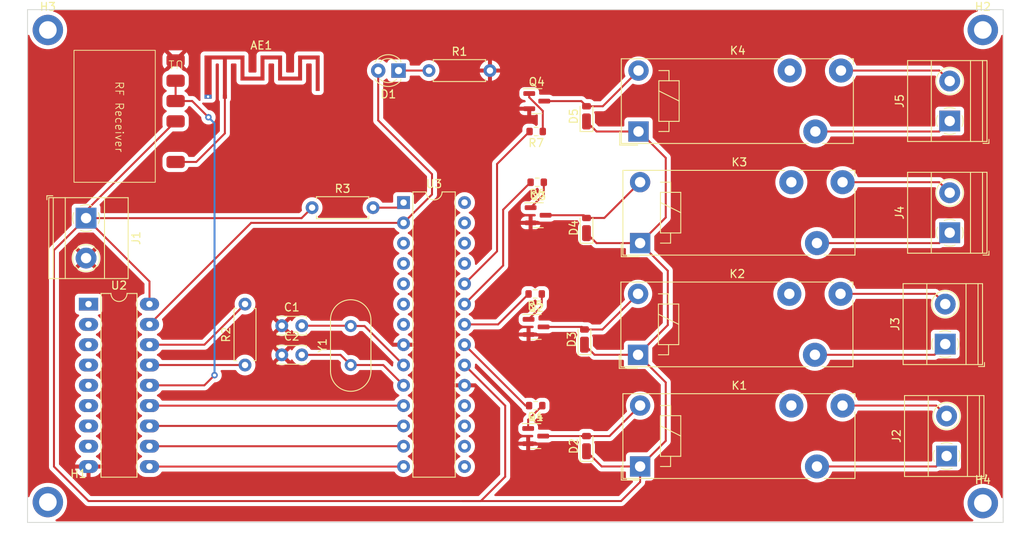
<source format=kicad_pcb>
(kicad_pcb (version 20221018) (generator pcbnew)
  (layers (0 "F.Cu" signal) (31 "B.Cu" signal) (34 "B.Paste" user) (35 "F.Paste" user) (36 "B.SilkS" user "B.Silkscreen") (37 "F.SilkS" user "F.Silkscreen") (38 "B.Mask" user) (39 "F.Mask" user) (44 "Edge.Cuts" user))
  (net 0 "")
  (net 1 "Net-(AE1-A)")
  (net 2 "GND")
  (net 3 "Net-(U3-OSC1{slash}CLKIN)")
  (net 4 "Net-(U3-OSC2{slash}CLKOUT)")
  (net 5 "Net-(D1-K)")
  (net 6 "Net-(D1-A)")
  (net 7 "+5V")
  (net 8 "Net-(J2-Pin_1)")
  (net 9 "Net-(J2-Pin_2)")
  (net 10 "Net-(J3-Pin_1)")
  (net 11 "Net-(J3-Pin_2)")
  (net 12 "Net-(J4-Pin_1)")
  (net 13 "Net-(J4-Pin_2)")
  (net 14 "Net-(J5-Pin_1)")
  (net 15 "Net-(J5-Pin_2)")
  (net 20 "Net-(Q1-B)")
  (net 21 "Net-(Q2-B)")
  (net 22 "Net-(Q3-B)")
  (net 23 "Net-(Q4-B)")
  (net 24 "Net-(U2-OSC2)")
  (net 25 "Net-(U2-OSC1)")
  (net 26 "Net-(U3-~{MCLR}{slash}Vpp)")
  (net 27 "Net-(U3-INT{slash}RB0)")
  (net 28 "Net-(U3-RB1)")
  (net 29 "Net-(U3-RB2)")
  (net 30 "Net-(U3-PGM{slash}RB3)")
  (net 31 "Net-(U2-DIN)")
  (net 40 "Net-(U2-D8)")
  (net 41 "Net-(U2-D9)")
  (net 42 "Net-(U2-D10)")
  (net 43 "Net-(U2-D11)")
  (net 57 "Net-(D2-A)")
  (net 58 "Net-(D3-A)")
  (net 59 "Net-(D4-A)")
  (net 60 "Net-(D5-A)")
  (footprint "Resistor_THT:R_Axial_DIN0207_L6.3mm_D2.5mm_P7.62mm_Horizontal" (layer "F.Cu") (at 129.54 94.615)
    (fp_text reference "R3" (at 3.81 -2.37) (layer "F.SilkS"))
    (fp_text value "R")
    (pad "1" thru_hole circle (at 0 0) (size 1.6 1.6) (drill 0.8) (layers "*.Cu" "*.Mask") (net 7 "+5V"))
    (pad "2" thru_hole oval (at 7.62 0) (size 1.6 1.6) (drill 0.8) (layers "*.Cu" "*.Mask") (net 26 "Net-(U3-~{MCLR}{slash}Vpp)"))
  )
  (footprint "Package_DIP:DIP-28_W7.62mm" (layer "F.Cu") (at 140.97 93.98)
    (fp_text reference "U3" (at 3.81 -2.33) (layer "F.SilkS"))
    (fp_text value "PIC16F76-ISP")
    (pad "1" thru_hole rect (at 0 0) (size 1.6 1.6) (drill 0.8) (layers "*.Cu" "*.Mask") (net 26 "Net-(U3-~{MCLR}{slash}Vpp)"))
    (pad "2" thru_hole oval (at 0 2.54) (size 1.6 1.6) (drill 0.8) (layers "*.Cu" "*.Mask") (net 6 "Net-(D1-A)"))
    (pad "3" thru_hole oval (at 0 5.08) (size 1.6 1.6) (drill 0.8) (layers "*.Cu" "*.Mask"))
    (pad "4" thru_hole oval (at 0 7.62) (size 1.6 1.6) (drill 0.8) (layers "*.Cu" "*.Mask"))
    (pad "5" thru_hole oval (at 0 10.16) (size 1.6 1.6) (drill 0.8) (layers "*.Cu" "*.Mask"))
    (pad "6" thru_hole oval (at 0 12.7) (size 1.6 1.6) (drill 0.8) (layers "*.Cu" "*.Mask"))
    (pad "7" thru_hole oval (at 0 15.24) (size 1.6 1.6) (drill 0.8) (layers "*.Cu" "*.Mask"))
    (pad "8" thru_hole oval (at 0 17.78) (size 1.6 1.6) (drill 0.8) (layers "*.Cu" "*.Mask") (net 2 "GND"))
    (pad "9" thru_hole oval (at 0 20.32) (size 1.6 1.6) (drill 0.8) (layers "*.Cu" "*.Mask") (net 3 "Net-(U3-OSC1{slash}CLKIN)"))
    (pad "10" thru_hole oval (at 0 22.86) (size 1.6 1.6) (drill 0.8) (layers "*.Cu" "*.Mask") (net 4 "Net-(U3-OSC2{slash}CLKOUT)"))
    (pad "11" thru_hole oval (at 0 25.4) (size 1.6 1.6) (drill 0.8) (layers "*.Cu" "*.Mask") (net 43 "Net-(U2-D11)"))
    (pad "12" thru_hole oval (at 0 27.94) (size 1.6 1.6) (drill 0.8) (layers "*.Cu" "*.Mask") (net 42 "Net-(U2-D10)"))
    (pad "13" thru_hole oval (at 0 30.48) (size 1.6 1.6) (drill 0.8) (layers "*.Cu" "*.Mask") (net 41 "Net-(U2-D9)"))
    (pad "14" thru_hole oval (at 0 33.02) (size 1.6 1.6) (drill 0.8) (layers "*.Cu" "*.Mask") (net 40 "Net-(U2-D8)"))
    (pad "15" thru_hole oval (at 7.62 33.02) (size 1.6 1.6) (drill 0.8) (layers "*.Cu" "*.Mask"))
    (pad "16" thru_hole oval (at 7.62 30.48) (size 1.6 1.6) (drill 0.8) (layers "*.Cu" "*.Mask"))
    (pad "17" thru_hole oval (at 7.62 27.94) (size 1.6 1.6) (drill 0.8) (layers "*.Cu" "*.Mask"))
    (pad "18" thru_hole oval (at 7.62 25.4) (size 1.6 1.6) (drill 0.8) (layers "*.Cu" "*.Mask"))
    (pad "19" thru_hole oval (at 7.62 22.86) (size 1.6 1.6) (drill 0.8) (layers "*.Cu" "*.Mask") (net 2 "GND"))
    (pad "20" thru_hole oval (at 7.62 20.32) (size 1.6 1.6) (drill 0.8) (layers "*.Cu" "*.Mask") (net 7 "+5V"))
    (pad "21" thru_hole oval (at 7.62 17.78) (size 1.6 1.6) (drill 0.8) (layers "*.Cu" "*.Mask") (net 27 "Net-(U3-INT{slash}RB0)"))
    (pad "22" thru_hole oval (at 7.62 15.24) (size 1.6 1.6) (drill 0.8) (layers "*.Cu" "*.Mask") (net 28 "Net-(U3-RB1)"))
    (pad "23" thru_hole oval (at 7.62 12.7) (size 1.6 1.6) (drill 0.8) (layers "*.Cu" "*.Mask") (net 29 "Net-(U3-RB2)"))
    (pad "24" thru_hole oval (at 7.62 10.16) (size 1.6 1.6) (drill 0.8) (layers "*.Cu" "*.Mask") (net 30 "Net-(U3-PGM{slash}RB3)"))
    (pad "25" thru_hole oval (at 7.62 7.62) (size 1.6 1.6) (drill 0.8) (layers "*.Cu" "*.Mask"))
    (pad "26" thru_hole oval (at 7.62 5.08) (size 1.6 1.6) (drill 0.8) (layers "*.Cu" "*.Mask"))
    (pad "27" thru_hole oval (at 7.62 2.54) (size 1.6 1.6) (drill 0.8) (layers "*.Cu" "*.Mask"))
    (pad "28" thru_hole oval (at 7.62 0) (size 1.6 1.6) (drill 0.8) (layers "*.Cu" "*.Mask"))
  )
  (footprint "Package_TO_SOT_SMD:SOT-23" (layer "F.Cu") (at 157.5285 109.535)
    (fp_text reference "Q2" (at 0 -2.4) (layer "F.SilkS"))
    (fp_text value "BC847")
    (pad "1" smd roundrect (at -0.9375 -0.95) (size 1.475 0.6) (layers "F.Cu" "F.Paste" "F.Mask") (net 21 "Net-(Q2-B)"))
    (pad "2" smd roundrect (at -0.9375 0.95) (size 1.475 0.6) (layers "F.Cu" "F.Paste" "F.Mask") (net 2 "GND"))
    (pad "3" smd roundrect (at 0.9375 0) (size 1.475 0.6) (layers "F.Cu" "F.Paste" "F.Mask") (net 58 "Net-(D3-A)"))
  )
  (footprint "Capacitor_THT:C_Disc_D3.4mm_W2.1mm_P2.50mm" (layer "F.Cu") (at 125.75 113.03)
    (fp_text reference "C2" (at 1.25 -2.3) (layer "F.SilkS"))
    (fp_text value "C")
    (pad "1" thru_hole circle (at 0 0) (size 1.6 1.6) (drill 0.8) (layers "*.Cu" "*.Mask") (net 2 "GND"))
    (pad "2" thru_hole circle (at 2.5 0) (size 1.6 1.6) (drill 0.8) (layers "*.Cu" "*.Mask") (net 4 "Net-(U3-OSC2{slash}CLKOUT)"))
  )
  (footprint "Relay_THT:Relay_1-Form-C_Schrack-RYII_RM3.2mm" (layer "F.Cu") (at 170.33 85.09)
    (fp_text reference "K4" (at 12.4 -10.12) (layer "F.SilkS"))
    (fp_text value "RAYEX-L90S")
    (pad "11" thru_hole circle (at 22.1 0) (size 3 3) (drill 1.3) (layers "*.Cu" "*.Mask") (net 14 "Net-(J5-Pin_1)"))
    (pad "12" thru_hole circle (at 18.9 -7.62) (size 3 3) (drill 1.3) (layers "*.Cu" "*.Mask"))
    (pad "14" thru_hole circle (at 25.3 -7.62) (size 3 3) (drill 1.3) (layers "*.Cu" "*.Mask") (net 15 "Net-(J5-Pin_2)"))
    (pad "A1" thru_hole rect (at 0 0) (size 2.54 2.54) (drill 1.3) (layers "*.Cu" "*.Mask") (net 7 "+5V"))
    (pad "A2" thru_hole circle (at 0 -7.62) (size 2.54 2.54) (drill 1.3) (layers "*.Cu" "*.Mask") (net 60 "Net-(D5-A)"))
  )
  (footprint "Resistor_THT:R_Axial_DIN0207_L6.3mm_D2.5mm_P7.62mm_Horizontal" (layer "F.Cu") (at 144.145 77.47)
    (fp_text reference "R1" (at 3.81 -2.37) (layer "F.SilkS"))
    (fp_text value "R")
    (pad "1" thru_hole circle (at 0 0) (size 1.6 1.6) (drill 0.8) (layers "*.Cu" "*.Mask") (net 5 "Net-(D1-K)"))
    (pad "2" thru_hole oval (at 7.62 0) (size 1.6 1.6) (drill 0.8) (layers "*.Cu" "*.Mask") (net 2 "GND"))
  )
  (footprint "Relay_THT:Relay_1-Form-C_Schrack-RYII_RM3.2mm" (layer "F.Cu") (at 170.53 99.05)
    (fp_text reference "K3" (at 12.4 -10.12) (layer "F.SilkS"))
    (fp_text value "RAYEX-L90S")
    (pad "11" thru_hole circle (at 22.1 0) (size 3 3) (drill 1.3) (layers "*.Cu" "*.Mask") (net 12 "Net-(J4-Pin_1)"))
    (pad "12" thru_hole circle (at 18.9 -7.62) (size 3 3) (drill 1.3) (layers "*.Cu" "*.Mask"))
    (pad "14" thru_hole circle (at 25.3 -7.62) (size 3 3) (drill 1.3) (layers "*.Cu" "*.Mask") (net 13 "Net-(J4-Pin_2)"))
    (pad "A1" thru_hole rect (at 0 0) (size 2.54 2.54) (drill 1.3) (layers "*.Cu" "*.Mask") (net 7 "+5V"))
    (pad "A2" thru_hole circle (at 0 -7.62) (size 2.54 2.54) (drill 1.3) (layers "*.Cu" "*.Mask") (net 59 "Net-(D4-A)"))
  )
  (footprint "Resistor_SMD:R_0603_1608Metric" (layer "F.Cu") (at 157.543 85.09 180)
    (fp_text reference "R7" (at 0 -1.43 180) (layer "F.SilkS"))
    (fp_text value "R")
    (pad "1" smd roundrect (at -0.825 0 180) (size 0.8 0.95) (layers "F.Cu" "F.Paste" "F.Mask") (net 23 "Net-(Q4-B)"))
    (pad "2" smd roundrect (at 0.825 0 180) (size 0.8 0.95) (layers "F.Cu" "F.Paste" "F.Mask") (net 30 "Net-(U3-PGM{slash}RB3)"))
  )
  (footprint "Package_TO_SOT_SMD:SOT-23" (layer "F.Cu") (at 157.48 123.19)
    (fp_text reference "Q1" (at 0 -2.4) (layer "F.SilkS"))
    (fp_text value "BC847")
    (pad "1" smd roundrect (at -0.9375 -0.95) (size 1.475 0.6) (layers "F.Cu" "F.Paste" "F.Mask") (net 20 "Net-(Q1-B)"))
    (pad "2" smd roundrect (at -0.9375 0.95) (size 1.475 0.6) (layers "F.Cu" "F.Paste" "F.Mask") (net 2 "GND"))
    (pad "3" smd roundrect (at 0.9375 0) (size 1.475 0.6) (layers "F.Cu" "F.Paste" "F.Mask") (net 57 "Net-(D2-A)"))
  )
  (footprint "TerminalBlock_Phoenix:TerminalBlock_Phoenix_MKDS-1,5-2_1x02_P5.00mm_Horizontal" (layer "F.Cu") (at 101.295 95.925 -90)
    (fp_text reference "J1" (at 2.5 -6.26 90) (layer "F.SilkS"))
    (fp_text value "Screw_Terminal_01x02")
    (pad "1" thru_hole rect (at 0 0 270) (size 2.6 2.6) (drill 1.3) (layers "*.Cu" "*.Mask") (net 7 "+5V"))
    (pad "2" thru_hole circle (at 5 0 270) (size 2.6 2.6) (drill 1.3) (layers "*.Cu" "*.Mask") (net 2 "GND"))
  )
  (footprint "Relay_THT:Relay_1-Form-C_Schrack-RYII_RM3.2mm" (layer "F.Cu") (at 170.53 126.99)
    (fp_text reference "K1" (at 12.4 -10.12) (layer "F.SilkS"))
    (fp_text value "RAYEX-L90S")
    (pad "11" thru_hole circle (at 22.1 0) (size 3 3) (drill 1.3) (layers "*.Cu" "*.Mask") (net 8 "Net-(J2-Pin_1)"))
    (pad "12" thru_hole circle (at 18.9 -7.62) (size 3 3) (drill 1.3) (layers "*.Cu" "*.Mask"))
    (pad "14" thru_hole circle (at 25.3 -7.62) (size 3 3) (drill 1.3) (layers "*.Cu" "*.Mask") (net 9 "Net-(J2-Pin_2)"))
    (pad "A1" thru_hole rect (at 0 0) (size 2.54 2.54) (drill 1.3) (layers "*.Cu" "*.Mask") (net 7 "+5V"))
    (pad "A2" thru_hole circle (at 0 -7.62) (size 2.54 2.54) (drill 1.3) (layers "*.Cu" "*.Mask") (net 57 "Net-(D2-A)"))
  )
  (footprint "Relay_THT:Relay_1-Form-C_Schrack-RYII_RM3.2mm" (layer "F.Cu") (at 170.276 113.02)
    (fp_text reference "K2" (at 12.4 -10.12) (layer "F.SilkS"))
    (fp_text value "RAYEX-L90S")
    (pad "11" thru_hole circle (at 22.1 0) (size 3 3) (drill 1.3) (layers "*.Cu" "*.Mask") (net 10 "Net-(J3-Pin_1)"))
    (pad "12" thru_hole circle (at 18.9 -7.62) (size 3 3) (drill 1.3) (layers "*.Cu" "*.Mask"))
    (pad "14" thru_hole circle (at 25.3 -7.62) (size 3 3) (drill 1.3) (layers "*.Cu" "*.Mask") (net 11 "Net-(J3-Pin_2)"))
    (pad "A1" thru_hole rect (at 0 0) (size 2.54 2.54) (drill 1.3) (layers "*.Cu" "*.Mask") (net 7 "+5V"))
    (pad "A2" thru_hole circle (at 0 -7.62) (size 2.54 2.54) (drill 1.3) (layers "*.Cu" "*.Mask") (net 58 "Net-(D3-A)"))
  )
  (footprint "Resistor_SMD:R_0603_1608Metric" (layer "F.Cu") (at 157.4185 105.41 180)
    (fp_text reference "R5" (at 0 -1.43 180) (layer "F.SilkS"))
    (fp_text value "R")
    (pad "1" smd roundrect (at -0.825 0 180) (size 0.8 0.95) (layers "F.Cu" "F.Paste" "F.Mask") (net 21 "Net-(Q2-B)"))
    (pad "2" smd roundrect (at 0.825 0 180) (size 0.8 0.95) (layers "F.Cu" "F.Paste" "F.Mask") (net 28 "Net-(U3-RB1)"))
  )
  (footprint "Diode_SMD:D_TUMD2" (layer "F.Cu") (at 163.83 97.155 90)
    (fp_text reference "D4" (at 0 -1.6 90) (layer "F.SilkS"))
    (fp_text value "D")
    (pad "1" smd roundrect (at -0.65 0 270) (size 2 1.1) (layers "F.Cu" "F.Paste" "F.Mask") (roundrect_rratio 0.2272727273) (net 7 "+5V"))
    (pad "2" smd roundrect (at 1.25 0 270) (size 0.8 1.1) (layers "F.Cu" "F.Paste" "F.Mask") (net 59 "Net-(D4-A)"))
  )
  (footprint "TerminalBlock_Phoenix:TerminalBlock_Phoenix_MKDS-1,5-2_1x02_P5.00mm_Horizontal" (layer "F.Cu") (at 208.835 125.68 90)
    (fp_text reference "J2" (at 2.5 -6.26 90) (layer "F.SilkS"))
    (fp_text value "Screw_Terminal_01x02")
    (pad "1" thru_hole rect (at 0 0 90) (size 2.6 2.6) (drill 1.3) (layers "*.Cu" "*.Mask") (net 8 "Net-(J2-Pin_1)"))
    (pad "2" thru_hole circle (at 5 0 90) (size 2.6 2.6) (drill 1.3) (layers "*.Cu" "*.Mask") (net 9 "Net-(J2-Pin_2)"))
  )
  (footprint "Package_TO_SOT_SMD:SOT-23" (layer "F.Cu") (at 157.6125 81.29)
    (fp_text reference "Q4" (at 0 -2.4) (layer "F.SilkS"))
    (fp_text value "BC847")
    (pad "1" smd roundrect (at -0.9375 -0.95) (size 1.475 0.6) (layers "F.Cu" "F.Paste" "F.Mask") (net 23 "Net-(Q4-B)"))
    (pad "2" smd roundrect (at -0.9375 0.95) (size 1.475 0.6) (layers "F.Cu" "F.Paste" "F.Mask") (net 2 "GND"))
    (pad "3" smd roundrect (at 0.9375 0) (size 1.475 0.6) (layers "F.Cu" "F.Paste" "F.Mask") (net 60 "Net-(D5-A)"))
  )
  (footprint "MountingHole:MountingHole_2.2mm_M2_DIN965_Pad" (layer "F.Cu") (at 213.36 131.572)
    (fp_text reference "H4" (at 0 -2.9) (layer "F.SilkS"))
    (fp_text value "MountingHole")
    (pad "1" thru_hole circle (at 0 0) (size 3.8 3.8) (drill 2.2) (layers "*.Cu" "*.Mask"))
  )
  (footprint "TerminalBlock_Phoenix:TerminalBlock_Phoenix_MKDS-1,5-2_1x02_P5.00mm_Horizontal" (layer "F.Cu") (at 209.22 97.75 90)
    (fp_text reference "J4" (at 2.5 -6.26 90) (layer "F.SilkS"))
    (fp_text value "Screw_Terminal_01x02")
    (pad "1" thru_hole rect (at 0 0 90) (size 2.6 2.6) (drill 1.3) (layers "*.Cu" "*.Mask") (net 12 "Net-(J4-Pin_1)"))
    (pad "2" thru_hole circle (at 5 0 90) (size 2.6 2.6) (drill 1.3) (layers "*.Cu" "*.Mask") (net 13 "Net-(J4-Pin_2)"))
  )
  (footprint "TerminalBlock_Phoenix:TerminalBlock_Phoenix_MKDS-1,5-2_1x02_P5.00mm_Horizontal" (layer "F.Cu") (at 208.661 111.68 90)
    (fp_text reference "J3" (at 2.5 -6.26 90) (layer "F.SilkS"))
    (fp_text value "Screw_Terminal_01x02")
    (pad "1" thru_hole rect (at 0 0 90) (size 2.6 2.6) (drill 1.3) (layers "*.Cu" "*.Mask") (net 10 "Net-(J3-Pin_1)"))
    (pad "2" thru_hole circle (at 5 0 90) (size 2.6 2.6) (drill 1.3) (layers "*.Cu" "*.Mask") (net 11 "Net-(J3-Pin_2)"))
  )
  (footprint "Crystal:Crystal_HC49-4H_Vertical" (layer "F.Cu") (at 134.366 114.3 90)
    (fp_text reference "Y1" (at 2.44 -3.525 90) (layer "F.SilkS"))
    (fp_text value "Crystal")
    (pad "1" thru_hole circle (at 0 0 90) (size 1.5 1.5) (drill 0.8) (layers "*.Cu" "*.Mask") (net 4 "Net-(U3-OSC2{slash}CLKOUT)"))
    (pad "2" thru_hole circle (at 4.88 0 90) (size 1.5 1.5) (drill 0.8) (layers "*.Cu" "*.Mask") (net 3 "Net-(U3-OSC1{slash}CLKIN)"))
  )
  (footprint "Diode_SMD:D_TUMD2" (layer "F.Cu") (at 163.576 111.105 90)
    (fp_text reference "D3" (at 0 -1.6 90) (layer "F.SilkS"))
    (fp_text value "D")
    (pad "1" smd roundrect (at -0.65 0 270) (size 2 1.1) (layers "F.Cu" "F.Paste" "F.Mask") (roundrect_rratio 0.2272727273) (net 7 "+5V"))
    (pad "2" smd roundrect (at 1.25 0 270) (size 0.8 1.1) (layers "F.Cu" "F.Paste" "F.Mask") (net 58 "Net-(D3-A)"))
  )
  (footprint "Diode_SMD:D_TUMD2" (layer "F.Cu") (at 163.83 83.185 90)
    (fp_text reference "D5" (at 0 -1.6 90) (layer "F.SilkS"))
    (fp_text value "D")
    (pad "1" smd roundrect (at -0.65 0 270) (size 2 1.1) (layers "F.Cu" "F.Paste" "F.Mask") (roundrect_rratio 0.2272727273) (net 7 "+5V"))
    (pad "2" smd roundrect (at 1.25 0 270) (size 0.8 1.1) (layers "F.Cu" "F.Paste" "F.Mask") (net 60 "Net-(D5-A)"))
  )
  (footprint "RF_Antenna:Texas_SWRA117D_2.4GHz_Right" (layer "F.Cu") (at 118.64 80.73)
    (fp_text reference "AE1" (at 4.55 -6.41) (layer "F.SilkS"))
    (fp_text value "Antenna")
    (fp_poly (pts (xy 2.45 -2.51) (xy 4.45 -2.51) (xy 4.45 -5.15) (xy 7.15 -5.15) (xy 7.15 -2.51) (xy 9.15 -2.51) (xy 9.15 -5.15) (xy 11.85 -5.15) (xy 11.85 -0.71) (xy 11.35 -0.71) (xy 11.35 -4.65) (xy 9.65 -4.65) (xy 9.65 -2.01) (xy 6.65 -2.01) (xy 6.65 -4.65) (xy 4.95 -4.65) (xy 4.95 -2.01) (xy 1.95 -2.01) (xy 1.95 -4.65) (xy 0.25 -4.65) (xy 0.25 0.25) (xy -0.25 0.25) (xy -0.25 -4.65) (xy -1.65 -4.65) (xy -1.65 0.25) (xy -2.55 0.25) (xy -2.55 0.006785) (xy -2.247583 0.006785) (xy -2.237742 0.054395) (xy -2.213674 0.096797) (xy -2.175731 0.129581) (xy -2.167819 0.133935) (xy -2.125156 0.146043) (xy -2.076637 0.1453) (xy -2.031122 0.1324) (xy -2.012511 0.121787) (xy -1.978868 0.086553) (xy -1.958309 0.041368) (xy -1.951778 -0.008158) (xy -1.960218 -0.056417) (xy -1.977112 -0.088643) (xy -2.012372 -0.121313) (xy -2.057682 -0.141408) (xy -2.107267 -0.147982) (xy -2.155353 -0.140092) (xy -2.188245 -0.123186) (xy -2.223185 -0.086416) (xy -2.242847 -0.041622) (xy -2.247583 0.006785) (xy -2.55 0.006785) (xy -2.55 -5.15) (xy 2.45 -5.15) (xy 2.45 -2.51)) (fill solid) (layer "F.Cu"))
    (pad "1" connect rect (at 0 0) (size 0.5 0.5) (layers "F.Cu") (net 1 "Net-(AE1-A)"))
    (pad "2" thru_hole rect (at -2.1 0) (size 0.9 0.5) (drill 0.3) (layers "*.Cu"))
  )
  (footprint "Resistor_SMD:R_0603_1608Metric" (layer "F.Cu") (at 157.48 119.38 180)
    (fp_text reference "R4" (at 0 -1.43 180) (layer "F.SilkS"))
    (fp_text value "R")
    (pad "1" smd roundrect (at -0.825 0 180) (size 0.8 0.95) (layers "F.Cu" "F.Paste" "F.Mask") (net 20 "Net-(Q1-B)"))
    (pad "2" smd roundrect (at 0.825 0 180) (size 0.8 0.95) (layers "F.Cu" "F.Paste" "F.Mask") (net 27 "Net-(U3-INT{slash}RB0)"))
  )
  (footprint "LED_THT:LED_D3.0mm" (layer "F.Cu") (at 140.34 77.47 180)
    (fp_text reference "D1" (at 1.27 -2.96) (layer "F.SilkS"))
    (fp_text value "LED")
    (pad "1" thru_hole rect (at 0 0 180) (size 1.8 1.8) (drill 0.9) (layers "*.Cu" "*.Mask") (net 5 "Net-(D1-K)"))
    (pad "2" thru_hole circle (at 2.54 0 180) (size 1.8 1.8) (drill 0.9) (layers "*.Cu" "*.Mask") (net 6 "Net-(D1-A)"))
  )
  (footprint "MountingHole:MountingHole_2.2mm_M2_DIN965_Pad" (layer "F.Cu") (at 96.52 72.39)
    (fp_text reference "H3" (at 0 -2.9) (layer "F.SilkS"))
    (fp_text value "MountingHole")
    (pad "1" thru_hole circle (at 0 0) (size 3.8 3.8) (drill 2.2) (layers "*.Cu" "*.Mask"))
  )
  (footprint "MountingHole:MountingHole_2.2mm_M2_DIN965_Pad" (layer "F.Cu") (at 213.36 72.39)
    (fp_text reference "H2" (at 0 -2.9) (layer "F.SilkS"))
    (fp_text value "MountingHole")
    (pad "1" thru_hole circle (at 0 0) (size 3.8 3.8) (drill 2.2) (layers "*.Cu" "*.Mask"))
  )
  (footprint "Capacitor_THT:C_Disc_D3.4mm_W2.1mm_P2.50mm" (layer "F.Cu") (at 125.75 109.38)
    (fp_text reference "C1" (at 1.25 -2.3) (layer "F.SilkS"))
    (fp_text value "C")
    (pad "1" thru_hole circle (at 0 0) (size 1.6 1.6) (drill 0.8) (layers "*.Cu" "*.Mask") (net 2 "GND"))
    (pad "2" thru_hole circle (at 2.5 0) (size 1.6 1.6) (drill 0.8) (layers "*.Cu" "*.Mask") (net 3 "Net-(U3-OSC1{slash}CLKIN)"))
  )
  (footprint "Package_TO_SOT_SMD:SOT-23" (layer "F.Cu") (at 157.7825 95.565)
    (fp_text reference "Q3" (at 0 -2.4) (layer "F.SilkS"))
    (fp_text value "BC847")
    (pad "1" smd roundrect (at -0.9375 -0.95) (size 1.475 0.6) (layers "F.Cu" "F.Paste" "F.Mask") (net 22 "Net-(Q3-B)"))
    (pad "2" smd roundrect (at -0.9375 0.95) (size 1.475 0.6) (layers "F.Cu" "F.Paste" "F.Mask") (net 2 "GND"))
    (pad "3" smd roundrect (at 0.9375 0) (size 1.475 0.6) (layers "F.Cu" "F.Paste" "F.Mask") (net 59 "Net-(D4-A)"))
  )
  (footprint "Resistor_SMD:R_0603_1608Metric" (layer "F.Cu") (at 157.6725 91.44 180)
    (fp_text reference "R6" (at 0 -1.43 180) (layer "F.SilkS"))
    (fp_text value "R")
    (pad "1" smd roundrect (at -0.825 0 180) (size 0.8 0.95) (layers "F.Cu" "F.Paste" "F.Mask") (net 22 "Net-(Q3-B)"))
    (pad "2" smd roundrect (at 0.825 0 180) (size 0.8 0.95) (layers "F.Cu" "F.Paste" "F.Mask") (net 29 "Net-(U3-RB2)"))
  )
  (footprint "MountingHole:MountingHole_2.2mm_M2_DIN965_Pad" (layer "F.Cu") (at 96.52 131.445)
    (fp_text reference "H1" (at 3.81 -3.535) (layer "F.SilkS"))
    (fp_text value "MountingHole")
    (pad "1" thru_hole circle (at 0 0) (size 3.8 3.8) (drill 2.2) (layers "*.Cu" "*.Mask"))
  )
  (footprint "Package_DIP:DIP-18_W7.62mm_LongPads" (layer "F.Cu") (at 101.6 106.68)
    (fp_text reference "U2" (at 3.81 -2.33) (layer "F.SilkS"))
    (fp_text value "HT12D")
    (pad "1" thru_hole rect (at 0 0) (size 2.4 1.6) (drill 0.8) (layers "*.Cu" "*.Mask"))
    (pad "2" thru_hole oval (at 0 2.54) (size 2.4 1.6) (drill 0.8) (layers "*.Cu" "*.Mask"))
    (pad "3" thru_hole oval (at 0 5.08) (size 2.4 1.6) (drill 0.8) (layers "*.Cu" "*.Mask"))
    (pad "4" thru_hole oval (at 0 7.62) (size 2.4 1.6) (drill 0.8) (layers "*.Cu" "*.Mask"))
    (pad "5" thru_hole oval (at 0 10.16) (size 2.4 1.6) (drill 0.8) (layers "*.Cu" "*.Mask"))
    (pad "6" thru_hole oval (at 0 12.7) (size 2.4 1.6) (drill 0.8) (layers "*.Cu" "*.Mask"))
    (pad "7" thru_hole oval (at 0 15.24) (size 2.4 1.6) (drill 0.8) (layers "*.Cu" "*.Mask"))
    (pad "8" thru_hole oval (at 0 17.78) (size 2.4 1.6) (drill 0.8) (layers "*.Cu" "*.Mask"))
    (pad "9" thru_hole oval (at 0 20.32) (size 2.4 1.6) (drill 0.8) (layers "*.Cu" "*.Mask") (net 2 "GND"))
    (pad "10" thru_hole oval (at 7.62 20.32) (size 2.4 1.6) (drill 0.8) (layers "*.Cu" "*.Mask") (net 40 "Net-(U2-D8)"))
    (pad "11" thru_hole oval (at 7.62 17.78) (size 2.4 1.6) (drill 0.8) (layers "*.Cu" "*.Mask") (net 41 "Net-(U2-D9)"))
    (pad "12" thru_hole oval (at 7.62 15.24) (size 2.4 1.6) (drill 0.8) (layers "*.Cu" "*.Mask") (net 42 "Net-(U2-D10)"))
    (pad "13" thru_hole oval (at 7.62 12.7) (size 2.4 1.6) (drill 0.8) (layers "*.Cu" "*.Mask") (net 43 "Net-(U2-D11)"))
    (pad "14" thru_hole oval (at 7.62 10.16) (size 2.4 1.6) (drill 0.8) (layers "*.Cu" "*.Mask") (net 31 "Net-(U2-DIN)"))
    (pad "15" thru_hole oval (at 7.62 7.62) (size 2.4 1.6) (drill 0.8) (layers "*.Cu" "*.Mask") (net 24 "Net-(U2-OSC2)"))
    (pad "16" thru_hole oval (at 7.62 5.08) (size 2.4 1.6) (drill 0.8) (layers "*.Cu" "*.Mask") (net 25 "Net-(U2-OSC1)"))
    (pad "17" thru_hole oval (at 7.62 2.54) (size 2.4 1.6) (drill 0.8) (layers "*.Cu" "*.Mask") (net 6 "Net-(D1-A)"))
    (pad "18" thru_hole oval (at 7.62 0) (size 2.4 1.6) (drill 0.8) (layers "*.Cu" "*.Mask") (net 7 "+5V"))
  )
  (footprint "TerminalBlock_Phoenix:TerminalBlock_Phoenix_MKDS-1,5-2_1x02_P5.00mm_Horizontal" (layer "F.Cu") (at 209.22 83.78 90)
    (fp_text reference "J5" (at 2.5 -6.26 90) (layer "F.SilkS"))
    (fp_text value "Screw_Terminal_01x02")
    (pad "1" thru_hole rect (at 0 0 90) (size 2.6 2.6) (drill 1.3) (layers "*.Cu" "*.Mask") (net 14 "Net-(J5-Pin_1)"))
    (pad "2" thru_hole circle (at 5 0 90) (size 2.6 2.6) (drill 1.3) (layers "*.Cu" "*.Mask") (net 15 "Net-(J5-Pin_2)"))
  )
  (footprint "Diode_SMD:D_TUMD2" (layer "F.Cu") (at 163.83 124.44 90)
    (fp_text reference "D2" (at 0 -1.6 90) (layer "F.SilkS"))
    (fp_text value "D")
    (pad "1" smd roundrect (at -0.65 0 270) (size 2 1.1) (layers "F.Cu" "F.Paste" "F.Mask") (roundrect_rratio 0.2272727273) (net 7 "+5V"))
    (pad "2" smd roundrect (at 1.25 0 270) (size 0.8 1.1) (layers "F.Cu" "F.Paste" "F.Mask") (net 57 "Net-(D2-A)"))
  )
  (footprint "Resistor_THT:R_Axial_DIN0207_L6.3mm_D2.5mm_P7.62mm_Horizontal" (layer "F.Cu") (at 121.158 114.3 90)
    (fp_text reference "R2" (at 3.81 -2.37 90) (layer "F.SilkS"))
    (fp_text value "R")
    (pad "1" thru_hole circle (at 0 0 90) (size 1.6 1.6) (drill 0.8) (layers "*.Cu" "*.Mask") (net 24 "Net-(U2-OSC2)"))
    (pad "2" thru_hole oval (at 7.62 0 90) (size 1.6 1.6) (drill 0.8) (layers "*.Cu" "*.Mask") (net 25 "Net-(U2-OSC1)"))
  )
  (footprint "receiver:receiver footprint" (layer "F.Cu") (at 112.4835 76.2 180)
    (fp_text reference "U1" (at 0 -0.5 180 unlocked) (layer "F.SilkS") (effects (font (thickness 0.1))))
    (fp_text value "~")
    (fp_text user "RF Receiver" (at 7.62 -2.54 270 unlocked) (layer "F.SilkS") (effects (font (thickness 0.1)) (justify left bottom)))
    (pad "1" smd roundrect (at 0 -7.62 180) (size 2.286 1.524) (layers "F.Cu" "F.Paste" "F.Mask") (net 7 "+5V"))
    (pad "2" smd roundrect (at 0 -5.08 180) (size 2.286 1.524) (layers "F.Cu" "F.Paste" "F.Mask") (net 31 "Net-(U2-DIN)"))
    (pad "3" smd roundrect (at 0 -2.54 180) (size 2.286 1.524) (layers "F.Cu" "F.Paste" "F.Mask") (net 31 "Net-(U2-DIN)"))
    (pad "4" smd roundrect (at 0 0 180) (size 2.286 1.524) (layers "F.Cu" "F.Paste" "F.Mask") (net 2 "GND"))
    (pad "5" smd roundrect (at 0 -12.7 180) (size 2.286 1.524) (layers "F.Cu" "F.Paste" "F.Mask") (net 1 "Net-(AE1-A)"))
  )
  (gr_line (start 93.98 69.85) (end 93.98 133.985) (stroke (width 0.1)) (layer "Edge.Cuts"))
  (gr_line (start 215.9 133.985) (end 93.98 133.985) (stroke (width 0.1)) (layer "Edge.Cuts"))
  (gr_line (start 93.98 69.85) (end 215.9 69.85) (stroke (width 0.1)) (layer "Edge.Cuts"))
  (gr_line (start 215.9 133.35) (end 215.9 133.985) (stroke (width 0.1)) (layer "Edge.Cuts"))
  (gr_line (start 215.9 69.85) (end 215.9 133.35) (stroke (width 0.1)) (layer "Edge.Cuts"))
  (segment (start 112.4835 88.9) (end 115.062 88.9) (width 0.25) (layer "F.Cu") (net 1))
  (segment (start 118.64 85.322) (end 118.64 80.73) (width 0.25) (layer "F.Cu") (net 1))
  (segment (start 115.062 88.9) (end 118.64 85.322) (width 0.25) (layer "F.Cu") (net 1))
  (segment (start 134.366 109.42) (end 136.09 109.42) (width 0.25) (layer "F.Cu") (net 3))
  (segment (start 128.25 109.38) (end 134.326 109.38) (width 0.25) (layer "F.Cu") (net 3))
  (segment (start 134.326 109.38) (end 134.366 109.42) (width 0.25) (layer "F.Cu") (net 3))
  (segment (start 136.09 109.42) (end 140.97 114.3) (width 0.25) (layer "F.Cu") (net 3))
  (segment (start 133.096 113.03) (end 134.366 114.3) (width 0.25) (layer "F.Cu") (net 4))
  (segment (start 134.366 114.3) (end 138.43 114.3) (width 0.25) (layer "F.Cu") (net 4))
  (segment (start 138.43 114.3) (end 140.97 116.84) (width 0.25) (layer "F.Cu") (net 4))
  (segment (start 128.25 113.03) (end 133.096 113.03) (width 0.25) (layer "F.Cu") (net 4))
  (segment (start 144.145 77.47) (end 140.34 77.47) (width 0.25) (layer "F.Cu") (net 5))
  (segment (start 137.8 77.47) (end 137.8 83.698) (width 0.25) (layer "F.Cu") (net 6))
  (segment (start 144.526 92.964) (end 140.97 96.52) (width 0.25) (layer "F.Cu") (net 6))
  (segment (start 144.526 90.424) (end 144.526 92.964) (width 0.25) (layer "F.Cu") (net 6))
  (segment (start 121.92 96.52) (end 140.97 96.52) (width 0.25) (layer "F.Cu") (net 6))
  (segment (start 137.8 83.698) (end 144.526 90.424) (width 0.25) (layer "F.Cu") (net 6))
  (segment (start 109.22 109.22) (end 121.92 96.52) (width 0.25) (layer "F.Cu") (net 6))
  (segment (start 170.276 113.02) (end 173.99 109.306) (width 0.25) (layer "F.Cu") (net 7))
  (segment (start 101.6 131.318) (end 97.282 127) (width 0.25) (layer "F.Cu") (net 7))
  (segment (start 170.53 126.99) (end 173.736 123.784) (width 0.25) (layer "F.Cu") (net 7))
  (segment (start 165.075 99.05) (end 170.53 99.05) (width 0.25) (layer "F.Cu") (net 7))
  (segment (start 163.576 111.755) (end 164.841 113.02) (width 0.25) (layer "F.Cu") (net 7))
  (segment (start 141.732 131.318) (end 101.6 131.318) (width 0.25) (layer "F.Cu") (net 7))
  (segment (start 150.622 131.318) (end 148.336 131.318) (width 0.25) (layer "F.Cu") (net 7))
  (segment (start 101.295 95.925) (end 101.295 95.0085) (width 0.25) (layer "F.Cu") (net 7))
  (segment (start 173.736 95.844) (end 173.736 88.392) (width 0.25) (layer "F.Cu") (net 7))
  (segment (start 170.53 126.99) (end 170.53 128.936) (width 0.25) (layer "F.Cu") (net 7))
  (segment (start 173.736 116.48) (end 170.276 113.02) (width 0.25) (layer "F.Cu") (net 7))
  (segment (start 128.23 95.925) (end 129.54 94.615) (width 0.25) (layer "F.Cu") (net 7))
  (segment (start 153.67 119.38) (end 153.67 128.27) (width 0.25) (layer "F.Cu") (net 7))
  (segment (start 97.282 99.938) (end 101.295 95.925) (width 0.25) (layer "F.Cu") (net 7))
  (segment (start 173.99 109.306) (end 173.99 102.51) (width 0.25) (layer "F.Cu") (net 7))
  (segment (start 173.736 123.784) (end 173.736 116.48) (width 0.25) (layer "F.Cu") (net 7))
  (segment (start 101.295 95.925) (end 128.23 95.925) (width 0.25) (layer "F.Cu") (net 7))
  (segment (start 153.67 128.27) (end 150.622 131.318) (width 0.25) (layer "F.Cu") (net 7))
  (segment (start 173.736 88.392) (end 170.434 85.09) (width 0.25) (layer "F.Cu") (net 7))
  (segment (start 163.83 125.09) (end 165.73 126.99) (width 0.25) (layer "F.Cu") (net 7))
  (segment (start 170.53 128.936) (end 168.148 131.318) (width 0.25) (layer "F.Cu") (net 7))
  (segment (start 101.295 95.0085) (end 112.4835 83.82) (width 0.25) (layer "F.Cu") (net 7))
  (segment (start 148.336 131.318) (end 141.732 131.318) (width 0.25) (layer "F.Cu") (net 7))
  (segment (start 164.841 113.02) (end 170.276 113.02) (width 0.25) (layer "F.Cu") (net 7))
  (segment (start 163.83 97.805) (end 165.075 99.05) (width 0.25) (layer "F.Cu") (net 7))
  (segment (start 165.085 85.09) (end 170.33 85.09) (width 0.25) (layer "F.Cu") (net 7))
  (segment (start 101.295 95.925) (end 109.22 103.85) (width 0.25) (layer "F.Cu") (net 7))
  (segment (start 163.83 83.835) (end 165.085 85.09) (width 0.25) (layer "F.Cu") (net 7))
  (segment (start 148.59 114.3) (end 153.67 119.38) (width 0.25) (layer "F.Cu") (net 7))
  (segment (start 97.282 127) (end 97.282 99.938) (width 0.25) (layer "F.Cu") (net 7))
  (segment (start 170.53 99.05) (end 173.736 95.844) (width 0.25) (layer "F.Cu") (net 7))
  (segment (start 168.148 131.318) (end 148.336 131.318) (width 0.25) (layer "F.Cu") (net 7))
  (segment (start 173.99 102.51) (end 170.53 99.05) (width 0.25) (layer "F.Cu") (net 7))
  (segment (start 109.22 103.85) (end 109.22 106.68) (width 0.25) (layer "F.Cu") (net 7))
  (segment (start 165.73 126.99) (end 170.53 126.99) (width 0.25) (layer "F.Cu") (net 7))
  (segment (start 170.434 85.09) (end 170.33 85.09) (width 0.25) (layer "F.Cu") (net 7))
  (segment (start 192.63 126.99) (end 207.525 126.99) (width 0.25) (layer "F.Cu") (net 8))
  (segment (start 207.525 126.99) (end 208.835 125.68) (width 0.25) (layer "F.Cu") (net 8))
  (segment (start 195.83 119.37) (end 207.525 119.37) (width 0.25) (layer "F.Cu") (net 9))
  (segment (start 207.525 119.37) (end 208.835 120.68) (width 0.25) (layer "F.Cu") (net 9))
  (segment (start 192.376 113.02) (end 207.321 113.02) (width 0.25) (layer "F.Cu") (net 10))
  (segment (start 207.321 113.02) (end 208.661 111.68) (width 0.25) (layer "F.Cu") (net 10))
  (segment (start 195.576 105.4) (end 207.381 105.4) (width 0.25) (layer "F.Cu") (net 11))
  (segment (start 207.381 105.4) (end 208.661 106.68) (width 0.25) (layer "F.Cu") (net 11))
  (segment (start 207.92 99.05) (end 209.22 97.75) (width 0.25) (layer "F.Cu") (net 12))
  (segment (start 192.63 99.05) (end 207.92 99.05) (width 0.25) (layer "F.Cu") (net 12))
  (segment (start 195.83 91.43) (end 207.9 91.43) (width 0.25) (layer "F.Cu") (net 13))
  (segment (start 207.9 91.43) (end 209.22 92.75) (width 0.25) (layer "F.Cu") (net 13))
  (segment (start 192.43 85.09) (end 207.91 85.09) (width 0.25) (layer "F.Cu") (net 14))
  (segment (start 207.91 85.09) (end 209.22 83.78) (width 0.25) (layer "F.Cu") (net 14))
  (segment (start 207.91 77.47) (end 209.22 78.78) (width 0.25) (layer "F.Cu") (net 15))
  (segment (start 195.63 77.47) (end 207.91 77.47) (width 0.25) (layer "F.Cu") (net 15))
  (segment (start 156.5425 121.1425) (end 158.305 119.38) (width 0.25) (layer "F.Cu") (net 20))
  (segment (start 156.5425 122.24) (end 156.5425 121.1425) (width 0.25) (layer "F.Cu") (net 20))
  (segment (start 158.2435 106.9325) (end 158.2435 105.41) (width 0.25) (layer "F.Cu") (net 21))
  (segment (start 156.591 108.585) (end 158.2435 106.9325) (width 0.25) (layer "F.Cu") (net 21))
  (segment (start 156.845 94.615) (end 158.4975 92.9625) (width 0.25) (layer "F.Cu") (net 22))
  (segment (start 158.4975 92.9625) (end 158.4975 91.44) (width 0.25) (layer "F.Cu") (net 22))
  (segment (start 158.368 85.09) (end 158.115749 85.09) (width 0.25) (layer "F.Cu") (net 23))
  (segment (start 156.675 80.34) (end 156.675 80.824251) (width 0.25) (layer "F.Cu") (net 23))
  (segment (start 156.675 80.824251) (end 158.368 82.517251) (width 0.25) (layer "F.Cu") (net 23))
  (segment (start 158.368 82.517251) (end 158.368 85.09) (width 0.25) (layer "F.Cu") (net 23))
  (segment (start 121.158 114.3) (end 109.22 114.3) (width 0.25) (layer "F.Cu") (net 24))
  (segment (start 116.078 111.76) (end 121.158 106.68) (width 0.25) (layer "F.Cu") (net 25))
  (segment (start 109.22 111.76) (end 116.078 111.76) (width 0.25) (layer "F.Cu") (net 25))
  (segment (start 140.335 94.615) (end 140.97 93.98) (width 0.25) (layer "F.Cu") (net 26))
  (segment (start 137.16 94.615) (end 140.335 94.615) (width 0.25) (layer "F.Cu") (net 26))
  (segment (start 148.59 111.76) (end 156.21 119.38) (width 0.25) (layer "F.Cu") (net 27))
  (segment (start 156.21 119.38) (end 156.655 119.38) (width 0.25) (layer "F.Cu") (net 27))
  (segment (start 156.4665 105.283) (end 156.5935 105.41) (width 0.25) (layer "F.Cu") (net 28))
  (segment (start 148.59 109.22) (end 152.7835 109.22) (width 0.25) (layer "F.Cu") (net 28))
  (segment (start 152.7835 109.22) (end 156.5935 105.41) (width 0.25) (layer "F.Cu") (net 28))
  (segment (start 156.8475 91.44) (end 153.416 94.8715) (width 0.25) (layer "F.Cu") (net 29))
  (segment (start 153.416 94.8715) (end 153.416 101.854) (width 0.25) (layer "F.Cu") (net 29))
  (segment (start 153.416 101.854) (end 148.59 106.68) (width 0.25) (layer "F.Cu") (net 29))
  (segment (start 152.654 89.154) (end 156.718 85.09) (width 0.25) (layer "F.Cu") (net 30))
  (segment (start 152.654 100.076) (end 148.59 104.14) (width 0.25) (layer "F.Cu") (net 30))
  (segment (start 152.654 100.076) (end 152.654 89.154) (width 0.25) (layer "F.Cu") (net 30))
  (segment (start 112.4835 81.4955) (end 112.4835 81.28) (width 0.25) (layer "F.Cu") (net 31))
  (segment (start 109.22 116.84) (end 116.078 116.84) (width 0.25) (layer "F.Cu") (net 31))
  (segment (start 116.078 116.84) (end 117.348 115.57) (width 0.25) (layer "F.Cu") (net 31))
  (segment (start 114.554 81.28) (end 112.4835 81.28) (width 0.25) (layer "F.Cu") (net 31))
  (segment (start 112.4835 81.28) (end 112.4835 78.74) (width 0.25) (layer "F.Cu") (net 31))
  (segment (start 116.586 83.312) (end 114.554 81.28) (width 0.25) (layer "F.Cu") (net 31))
  (via (at 116.586 83.312) (size 0.8) (drill 0.4) (layers "F.Cu" "B.Cu") (net 31))
  (via (at 117.348 115.57) (size 0.8) (drill 0.4) (layers "F.Cu" "B.Cu") (net 31))
  (segment (start 117.348 84.074) (end 116.586 83.312) (width 0.25) (layer "B.Cu") (net 31))
  (segment (start 117.348 115.57) (end 117.348 84.074) (width 0.25) (layer "B.Cu") (net 31))
  (segment (start 109.22 127) (end 140.97 127) (width 0.25) (layer "F.Cu") (net 40))
  (segment (start 109.22 124.46) (end 140.97 124.46) (width 0.25) (layer "F.Cu") (net 41))
  (segment (start 109.22 121.92) (end 140.97 121.92) (width 0.25) (layer "F.Cu") (net 42))
  (segment (start 109.22 119.38) (end 140.97 119.38) (width 0.25) (layer "F.Cu") (net 43))
  (segment (start 163.83 123.19) (end 166.71 123.19) (width 0.25) (layer "F.Cu") (net 57))
  (segment (start 158.4175 123.19) (end 163.83 123.19) (width 0.25) (layer "F.Cu") (net 57))
  (segment (start 166.71 123.19) (end 170.53 119.37) (width 0.25) (layer "F.Cu") (net 57))
  (segment (start 163.256 109.535) (end 163.576 109.855) (width 0.25) (layer "F.Cu") (net 58))
  (segment (start 158.466 109.535) (end 163.256 109.535) (width 0.25) (layer "F.Cu") (net 58))
  (segment (start 163.576 109.855) (end 165.821 109.855) (width 0.25) (layer "F.Cu") (net 58))
  (segment (start 165.821 109.855) (end 170.276 105.4) (width 0.25) (layer "F.Cu") (net 58))
  (segment (start 158.72 95.565) (end 163.49 95.565) (width 0.25) (layer "F.Cu") (net 59))
  (segment (start 163.83 95.905) (end 166.055 95.905) (width 0.25) (layer "F.Cu") (net 59))
  (segment (start 163.49 95.565) (end 163.83 95.905) (width 0.25) (layer "F.Cu") (net 59))
  (segment (start 166.055 95.905) (end 170.53 91.43) (width 0.25) (layer "F.Cu") (net 59))
  (segment (start 163.185 81.29) (end 163.83 81.935) (width 0.25) (layer "F.Cu") (net 60))
  (segment (start 163.83 81.935) (end 165.865 81.935) (width 0.25) (layer "F.Cu") (net 60))
  (segment (start 158.55 81.29) (end 163.185 81.29) (width 0.25) (layer "F.Cu") (net 60))
  (segment (start 165.865 81.935) (end 170.33 77.47) (width 0.25) (layer "F.Cu") (net 60))
  (zone (net 2) (net_name "GND") (layer "F.Cu") (connect_pads (clearance 0.5)) (min_thickness 0.25) (fill yes (thermal_gap 0.5) (thermal_bridge_width 0.5))
    (polygon (pts (xy 93.98 69.85) (xy 93.98 133.858) (xy 215.9 133.858) (xy 215.9 69.85)))
  )
)
</source>
